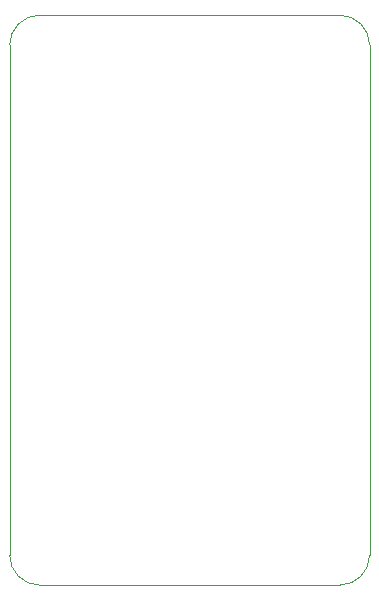
<source format=gbr>
%TF.GenerationSoftware,KiCad,Pcbnew,(5.99.0-12972-g3d2ffc12c1)*%
%TF.CreationDate,2021-12-01T23:42:46+01:00*%
%TF.ProjectId,ESP32_CP2102,45535033-325f-4435-9032-3130322e6b69,rev?*%
%TF.SameCoordinates,Original*%
%TF.FileFunction,Profile,NP*%
%FSLAX46Y46*%
G04 Gerber Fmt 4.6, Leading zero omitted, Abs format (unit mm)*
G04 Created by KiCad (PCBNEW (5.99.0-12972-g3d2ffc12c1)) date 2021-12-01 23:42:46*
%MOMM*%
%LPD*%
G01*
G04 APERTURE LIST*
%TA.AperFunction,Profile*%
%ADD10C,0.100000*%
%TD*%
G04 APERTURE END LIST*
D10*
X86360000Y-82550000D02*
X86360000Y-125730000D01*
X88900000Y-80010000D02*
G75*
G03*
X86360000Y-82550000I1J-2540001D01*
G01*
X116840000Y-125730000D02*
X116840000Y-82550000D01*
X114300000Y-128270000D02*
G75*
G03*
X116840000Y-125730000I-1J2540001D01*
G01*
X116840000Y-82550000D02*
G75*
G03*
X114300000Y-80010000I-2540001J-1D01*
G01*
X86360000Y-125730000D02*
G75*
G03*
X88900000Y-128270000I2540001J1D01*
G01*
X88900000Y-128270000D02*
X114300000Y-128270000D01*
X114300000Y-80010000D02*
X88900000Y-80010000D01*
M02*

</source>
